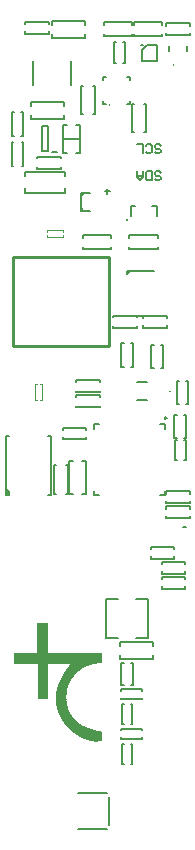
<source format=gto>
G04*
G04 #@! TF.GenerationSoftware,Altium Limited,Altium Designer,20.2.5 (213)*
G04*
G04 Layer_Color=65535*
%FSLAX25Y25*%
%MOIN*%
G70*
G04*
G04 #@! TF.SameCoordinates,4658FE5A-7A30-472D-B718-34B1B9A5D075*
G04*
G04*
G04 #@! TF.FilePolarity,Positive*
G04*
G01*
G75*
%ADD10C,0.00787*%
%ADD11C,0.00984*%
%ADD12C,0.00394*%
%ADD13C,0.00800*%
%ADD14C,0.00591*%
%ADD15C,0.01000*%
%ADD16C,0.00500*%
%ADD17C,0.00600*%
G36*
X406395Y159180D02*
X406066D01*
Y159246D01*
X405670D01*
Y159312D01*
X405275D01*
Y159378D01*
X405012D01*
Y159443D01*
X404814D01*
Y159509D01*
X404551D01*
Y159575D01*
X404353D01*
Y159641D01*
X404090D01*
Y159707D01*
X403958D01*
Y159773D01*
X403760D01*
Y159839D01*
X403563D01*
Y159905D01*
X403431D01*
Y159970D01*
X403233D01*
Y160036D01*
X403102D01*
Y160102D01*
X402904D01*
Y160168D01*
X402772D01*
Y160234D01*
X402641D01*
Y160300D01*
X402509D01*
Y160366D01*
X402377D01*
Y160432D01*
X402245D01*
Y160497D01*
X402114D01*
Y160563D01*
X401982D01*
Y160629D01*
X401850D01*
Y160695D01*
X401718D01*
Y160761D01*
X401587D01*
Y160827D01*
X401521D01*
Y160893D01*
X401389D01*
Y160959D01*
X401257D01*
Y161024D01*
X401192D01*
Y161090D01*
X401060D01*
Y161156D01*
X400928D01*
Y161222D01*
X400796D01*
Y161288D01*
X400731D01*
Y161354D01*
X400665D01*
Y161420D01*
X400533D01*
Y161485D01*
X400401D01*
Y161551D01*
X400335D01*
Y161617D01*
X400204D01*
Y161683D01*
X400138D01*
Y161749D01*
X400072D01*
Y161815D01*
X400006D01*
Y161881D01*
X399874D01*
Y161946D01*
X399808D01*
Y162012D01*
X399677D01*
Y162078D01*
X399611D01*
Y162144D01*
X399545D01*
Y162210D01*
X399413D01*
Y162276D01*
X399347D01*
Y162342D01*
X399281D01*
Y162408D01*
X399216D01*
Y162473D01*
X399084D01*
Y162539D01*
X399018D01*
Y162605D01*
X398952D01*
Y162671D01*
X398886D01*
Y162737D01*
X398820D01*
Y162803D01*
X398754D01*
Y162869D01*
X398689D01*
Y162935D01*
X398557D01*
Y163000D01*
X398491D01*
Y163066D01*
X398425D01*
Y163132D01*
X398359D01*
Y163198D01*
X398293D01*
Y163264D01*
X398228D01*
Y163330D01*
X398162D01*
Y163396D01*
X398096D01*
Y163461D01*
X398030D01*
Y163527D01*
X397964D01*
Y163593D01*
X397898D01*
Y163659D01*
X397832D01*
Y163725D01*
X397766D01*
Y163791D01*
X397701D01*
Y163857D01*
X397635D01*
Y163923D01*
X397569D01*
Y163988D01*
X397503D01*
Y164054D01*
X397437D01*
Y164120D01*
X397371D01*
Y164186D01*
Y164252D01*
X397305D01*
Y164318D01*
X397239D01*
Y164384D01*
X397174D01*
Y164450D01*
X397108D01*
Y164515D01*
X397042D01*
Y164581D01*
X396976D01*
Y164647D01*
X396910D01*
Y164713D01*
Y164779D01*
X396844D01*
Y164845D01*
X396778D01*
Y164910D01*
X396713D01*
Y164976D01*
Y165042D01*
X396647D01*
Y165108D01*
X396581D01*
Y165174D01*
X396515D01*
Y165240D01*
X396449D01*
Y165306D01*
Y165372D01*
X396383D01*
Y165437D01*
X396317D01*
Y165503D01*
Y165569D01*
X396252D01*
Y165635D01*
X396186D01*
Y165701D01*
Y165767D01*
X396120D01*
Y165833D01*
X396054D01*
Y165899D01*
Y165964D01*
X395988D01*
Y166030D01*
X395922D01*
Y166096D01*
Y166162D01*
X395856D01*
Y166228D01*
Y166294D01*
X395790D01*
Y166360D01*
X395725D01*
Y166426D01*
Y166491D01*
X395659D01*
Y166557D01*
Y166623D01*
X395593D01*
Y166689D01*
X395527D01*
Y166755D01*
Y166821D01*
X395461D01*
Y166886D01*
Y166952D01*
X395395D01*
Y167018D01*
Y167084D01*
X395329D01*
Y167150D01*
Y167216D01*
X395264D01*
Y167282D01*
Y167348D01*
X395198D01*
Y167413D01*
X395132D01*
Y167479D01*
Y167545D01*
X395066D01*
Y167611D01*
Y167677D01*
Y167743D01*
X395000D01*
Y167809D01*
Y167875D01*
X394934D01*
Y167940D01*
Y168006D01*
X394868D01*
Y168072D01*
Y168138D01*
X394802D01*
Y168204D01*
Y168270D01*
Y168336D01*
X394737D01*
Y168402D01*
Y168467D01*
X394671D01*
Y168533D01*
Y168599D01*
X394605D01*
Y168665D01*
Y168731D01*
Y168797D01*
X394539D01*
Y168863D01*
Y168928D01*
X394473D01*
Y168994D01*
Y169060D01*
Y169126D01*
Y169192D01*
X394407D01*
Y169258D01*
Y169324D01*
X394341D01*
Y169389D01*
Y169455D01*
Y169521D01*
X394275D01*
Y169587D01*
Y169653D01*
Y169719D01*
X394210D01*
Y169785D01*
Y169851D01*
Y169916D01*
Y169982D01*
X394144D01*
Y170048D01*
Y170114D01*
Y170180D01*
Y170246D01*
X394078D01*
Y170312D01*
Y170378D01*
Y170443D01*
Y170509D01*
X394012D01*
Y170575D01*
Y170641D01*
Y170707D01*
Y170773D01*
Y170839D01*
X393946D01*
Y170904D01*
Y170970D01*
Y171036D01*
Y171102D01*
Y171168D01*
X393880D01*
Y171234D01*
Y171300D01*
Y171365D01*
Y171431D01*
Y171497D01*
X393814D01*
Y171563D01*
Y171629D01*
Y171695D01*
Y171761D01*
Y171827D01*
Y171892D01*
Y171958D01*
X393748D01*
Y172024D01*
Y172090D01*
Y172156D01*
Y172222D01*
Y172288D01*
Y172353D01*
Y172419D01*
Y172485D01*
Y172551D01*
Y172617D01*
Y172683D01*
Y172749D01*
Y172815D01*
Y172880D01*
Y172946D01*
Y173012D01*
Y173078D01*
Y173144D01*
Y173210D01*
Y173276D01*
Y173342D01*
Y173407D01*
Y173473D01*
Y173539D01*
Y173605D01*
Y173671D01*
Y173737D01*
Y173803D01*
Y173869D01*
Y173934D01*
Y174000D01*
Y174066D01*
X393683D01*
Y174132D01*
X393748D01*
Y174198D01*
Y174264D01*
Y174329D01*
Y174395D01*
Y174461D01*
Y174527D01*
Y174593D01*
X393814D01*
Y174659D01*
X393748D01*
Y174725D01*
Y174791D01*
X393814D01*
Y174856D01*
Y174922D01*
Y174988D01*
Y175054D01*
Y175120D01*
Y175186D01*
Y175252D01*
X393880D01*
Y175318D01*
Y175383D01*
Y175449D01*
Y175515D01*
Y175581D01*
X393946D01*
Y175647D01*
Y175713D01*
Y175779D01*
Y175845D01*
Y175910D01*
Y175976D01*
X394012D01*
Y176042D01*
Y176108D01*
Y176174D01*
Y176240D01*
Y176305D01*
X394078D01*
Y176371D01*
Y176437D01*
Y176503D01*
Y176569D01*
X394144D01*
Y176635D01*
Y176701D01*
Y176767D01*
Y176832D01*
X394210D01*
Y176898D01*
Y176964D01*
Y177030D01*
Y177096D01*
X394275D01*
Y177162D01*
Y177228D01*
X394341D01*
Y177294D01*
Y177359D01*
Y177425D01*
Y177491D01*
X394407D01*
Y177557D01*
Y177623D01*
Y177689D01*
X394473D01*
Y177755D01*
Y177821D01*
Y177886D01*
X394539D01*
Y177952D01*
Y178018D01*
X394605D01*
Y178084D01*
Y178150D01*
Y178216D01*
X394671D01*
Y178282D01*
Y178347D01*
Y178413D01*
X394737D01*
Y178479D01*
Y178545D01*
Y178611D01*
X394802D01*
Y178677D01*
Y178743D01*
X394868D01*
Y178808D01*
Y178874D01*
X394934D01*
Y178940D01*
Y179006D01*
X395000D01*
Y179072D01*
Y179138D01*
Y179204D01*
X395066D01*
Y179270D01*
Y179335D01*
X395132D01*
Y179401D01*
Y179467D01*
X395198D01*
Y179533D01*
Y179599D01*
X395264D01*
Y179665D01*
Y179731D01*
X395329D01*
Y179797D01*
Y179862D01*
X395395D01*
Y179928D01*
Y179994D01*
Y180060D01*
X395461D01*
Y180126D01*
X395527D01*
Y180192D01*
Y180258D01*
X395593D01*
Y180323D01*
Y180389D01*
X395659D01*
Y180455D01*
Y180521D01*
X395725D01*
Y180587D01*
Y180653D01*
X395790D01*
Y180719D01*
Y180784D01*
X395856D01*
Y180850D01*
Y180916D01*
X395922D01*
Y180982D01*
X395988D01*
Y181048D01*
Y181114D01*
X396054D01*
Y181180D01*
Y181246D01*
X396120D01*
Y181311D01*
Y181377D01*
X396186D01*
Y181443D01*
X396252D01*
Y181509D01*
Y181575D01*
X396317D01*
Y181641D01*
X396383D01*
Y181707D01*
Y181772D01*
X396449D01*
Y181838D01*
Y181904D01*
X396515D01*
Y181970D01*
X396581D01*
Y182036D01*
Y182102D01*
X396647D01*
Y182168D01*
X396713D01*
Y182234D01*
Y182299D01*
X396778D01*
Y182365D01*
Y182431D01*
X396844D01*
Y182497D01*
X396910D01*
Y182563D01*
X396976D01*
Y182629D01*
Y182695D01*
X397042D01*
Y182761D01*
X397108D01*
Y182826D01*
Y182892D01*
X397174D01*
Y182958D01*
X397239D01*
Y183024D01*
Y183090D01*
X397305D01*
Y183156D01*
X397371D01*
Y183222D01*
X397437D01*
Y183288D01*
Y183353D01*
X397503D01*
Y183419D01*
X397569D01*
Y183485D01*
X397635D01*
Y183551D01*
Y183617D01*
X397701D01*
Y183683D01*
X397766D01*
Y183748D01*
X397832D01*
Y183814D01*
Y183880D01*
X397898D01*
Y183946D01*
X397964D01*
Y184012D01*
Y184078D01*
X398030D01*
Y184144D01*
X398096D01*
Y184210D01*
X398162D01*
Y184275D01*
X398228D01*
Y184341D01*
X398293D01*
Y184407D01*
Y184473D01*
X398359D01*
Y184539D01*
X398425D01*
Y184605D01*
X398491D01*
Y184671D01*
X398557D01*
Y184737D01*
Y184802D01*
X398623D01*
Y184868D01*
X398689D01*
Y184934D01*
X398754D01*
Y185000D01*
X391246D01*
Y184934D01*
Y184868D01*
Y184802D01*
Y184737D01*
Y184671D01*
Y184605D01*
Y184539D01*
Y184473D01*
Y184407D01*
Y184341D01*
Y184275D01*
Y184210D01*
Y184144D01*
Y184078D01*
Y184012D01*
Y183946D01*
Y183880D01*
Y183814D01*
Y183748D01*
Y183683D01*
Y183617D01*
Y183551D01*
Y183485D01*
Y183419D01*
Y183353D01*
Y183288D01*
Y183222D01*
Y183156D01*
Y183090D01*
Y183024D01*
Y182958D01*
Y182892D01*
Y182826D01*
Y182761D01*
Y182695D01*
Y182629D01*
Y182563D01*
Y182497D01*
Y182431D01*
Y182365D01*
Y182299D01*
Y182234D01*
Y182168D01*
Y182102D01*
Y182036D01*
Y181970D01*
Y181904D01*
Y181838D01*
Y181772D01*
Y181707D01*
Y181641D01*
Y181575D01*
Y181509D01*
Y181443D01*
Y181377D01*
Y181311D01*
Y181246D01*
Y181180D01*
Y181114D01*
Y181048D01*
Y180982D01*
Y180916D01*
Y180850D01*
Y180784D01*
Y180719D01*
Y180653D01*
Y180587D01*
Y180521D01*
Y180455D01*
Y180389D01*
Y180323D01*
Y180258D01*
Y180192D01*
Y180126D01*
Y180060D01*
Y179994D01*
Y179928D01*
Y179862D01*
Y179797D01*
Y179731D01*
Y179665D01*
Y179599D01*
Y179533D01*
Y179467D01*
Y179401D01*
Y179335D01*
Y179270D01*
Y179204D01*
Y179138D01*
Y179072D01*
Y179006D01*
Y178940D01*
Y178874D01*
Y178808D01*
Y178743D01*
Y178677D01*
Y178611D01*
Y178545D01*
Y178479D01*
Y178413D01*
Y178347D01*
Y178282D01*
Y178216D01*
Y178150D01*
Y178084D01*
Y178018D01*
Y177952D01*
Y177886D01*
Y177821D01*
Y177755D01*
Y177689D01*
Y177623D01*
Y177557D01*
Y177491D01*
Y177425D01*
Y177359D01*
Y177294D01*
Y177228D01*
Y177162D01*
Y177096D01*
Y177030D01*
Y176964D01*
Y176898D01*
Y176832D01*
Y176767D01*
Y176701D01*
Y176635D01*
Y176569D01*
Y176503D01*
Y176437D01*
Y176371D01*
Y176305D01*
Y176240D01*
Y176174D01*
Y176108D01*
Y176042D01*
Y175976D01*
Y175910D01*
Y175845D01*
Y175779D01*
Y175713D01*
Y175647D01*
Y175581D01*
Y175515D01*
Y175449D01*
Y175383D01*
Y175318D01*
Y175252D01*
Y175186D01*
Y175120D01*
Y175054D01*
Y174988D01*
Y174922D01*
Y174856D01*
Y174791D01*
Y174725D01*
Y174659D01*
Y174593D01*
Y174527D01*
Y174461D01*
Y174395D01*
Y174329D01*
Y174264D01*
Y174198D01*
Y174132D01*
Y174066D01*
Y174000D01*
Y173934D01*
Y173869D01*
Y173803D01*
Y173737D01*
Y173671D01*
Y173605D01*
Y173539D01*
Y173473D01*
Y173407D01*
Y173342D01*
Y173276D01*
Y173210D01*
X387755D01*
Y173276D01*
Y173342D01*
Y173407D01*
Y173473D01*
Y173539D01*
Y173605D01*
Y173671D01*
Y173737D01*
Y173803D01*
Y173869D01*
Y173934D01*
Y174000D01*
Y174066D01*
Y174132D01*
Y174198D01*
Y174264D01*
Y174329D01*
Y174395D01*
Y174461D01*
Y174527D01*
Y174593D01*
Y174659D01*
Y174725D01*
Y174791D01*
Y174856D01*
Y174922D01*
Y174988D01*
Y175054D01*
Y175120D01*
Y175186D01*
Y175252D01*
Y175318D01*
Y175383D01*
Y175449D01*
Y175515D01*
Y175581D01*
Y175647D01*
Y175713D01*
Y175779D01*
Y175845D01*
Y175910D01*
Y175976D01*
Y176042D01*
Y176108D01*
Y176174D01*
Y176240D01*
Y176305D01*
Y176371D01*
Y176437D01*
Y176503D01*
Y176569D01*
Y176635D01*
Y176701D01*
Y176767D01*
Y176832D01*
Y176898D01*
Y176964D01*
Y177030D01*
Y177096D01*
Y177162D01*
Y177228D01*
Y177294D01*
Y177359D01*
Y177425D01*
Y177491D01*
Y177557D01*
Y177623D01*
Y177689D01*
Y177755D01*
Y177821D01*
Y177886D01*
Y177952D01*
Y178018D01*
Y178084D01*
Y178150D01*
Y178216D01*
Y178282D01*
Y178347D01*
Y178413D01*
Y178479D01*
Y178545D01*
Y178611D01*
Y178677D01*
Y178743D01*
Y178808D01*
Y178874D01*
Y178940D01*
Y179006D01*
Y179072D01*
Y179138D01*
Y179204D01*
Y179270D01*
Y179335D01*
Y179401D01*
Y179467D01*
Y179533D01*
Y179599D01*
Y179665D01*
Y179731D01*
Y179797D01*
Y179862D01*
Y179928D01*
Y179994D01*
Y180060D01*
Y180126D01*
Y180192D01*
Y180258D01*
Y180323D01*
Y180389D01*
Y180455D01*
Y180521D01*
Y180587D01*
Y180653D01*
Y180719D01*
Y180784D01*
Y180850D01*
Y180916D01*
Y180982D01*
Y181048D01*
Y181114D01*
Y181180D01*
Y181246D01*
Y181311D01*
Y181377D01*
Y181443D01*
Y181509D01*
Y181575D01*
Y181641D01*
Y181707D01*
Y181772D01*
Y181838D01*
Y181904D01*
Y181970D01*
Y182036D01*
Y182102D01*
Y182168D01*
Y182234D01*
Y182299D01*
Y182365D01*
Y182431D01*
Y182497D01*
Y182563D01*
Y182629D01*
Y182695D01*
Y182761D01*
Y182826D01*
Y182892D01*
Y182958D01*
Y183024D01*
Y183090D01*
Y183156D01*
Y183222D01*
Y183288D01*
Y183353D01*
Y183419D01*
Y183485D01*
Y183551D01*
Y183617D01*
Y183683D01*
Y183748D01*
Y183814D01*
Y183880D01*
Y183946D01*
Y184012D01*
Y184078D01*
Y184144D01*
Y184210D01*
Y184275D01*
Y184341D01*
Y184407D01*
Y184473D01*
Y184539D01*
Y184605D01*
Y184671D01*
Y184737D01*
Y184802D01*
Y184868D01*
Y184934D01*
Y185000D01*
Y185066D01*
X379785D01*
Y185132D01*
Y185198D01*
Y185264D01*
Y185329D01*
Y185395D01*
Y185461D01*
Y185527D01*
Y185593D01*
Y185659D01*
Y185724D01*
Y185790D01*
Y185856D01*
Y185922D01*
Y185988D01*
Y186054D01*
Y186120D01*
Y186186D01*
Y186251D01*
Y186317D01*
Y186383D01*
Y186449D01*
Y186515D01*
Y186581D01*
Y186647D01*
Y186713D01*
Y186778D01*
Y186844D01*
Y186910D01*
Y186976D01*
Y187042D01*
Y187108D01*
Y187174D01*
Y187240D01*
Y187305D01*
Y187371D01*
Y187437D01*
Y187503D01*
Y187569D01*
Y187635D01*
Y187701D01*
Y187766D01*
Y187832D01*
Y187898D01*
Y187964D01*
Y188030D01*
Y188096D01*
Y188162D01*
Y188227D01*
Y188293D01*
Y188359D01*
Y188425D01*
Y188491D01*
Y188557D01*
Y188623D01*
X387623D01*
Y188689D01*
Y188754D01*
Y188820D01*
Y188886D01*
Y188952D01*
Y189018D01*
Y189084D01*
Y189150D01*
Y189216D01*
Y189281D01*
Y189347D01*
Y189413D01*
Y189479D01*
Y189545D01*
Y189611D01*
Y189677D01*
Y189742D01*
Y189808D01*
Y189874D01*
Y189940D01*
Y190006D01*
Y190072D01*
Y190138D01*
Y190203D01*
Y190269D01*
Y190335D01*
Y190401D01*
Y190467D01*
Y190533D01*
Y190599D01*
Y190665D01*
Y190730D01*
Y190796D01*
Y190862D01*
Y190928D01*
Y190994D01*
Y191060D01*
Y191126D01*
Y191191D01*
Y191257D01*
Y191323D01*
Y191389D01*
Y191455D01*
Y191521D01*
Y191587D01*
Y191653D01*
Y191718D01*
Y191784D01*
Y191850D01*
Y191916D01*
Y191982D01*
Y192048D01*
Y192114D01*
Y192180D01*
Y192245D01*
Y192311D01*
Y192377D01*
Y192443D01*
Y192509D01*
Y192575D01*
Y192641D01*
Y192707D01*
Y192772D01*
Y192838D01*
Y192904D01*
Y192970D01*
Y193036D01*
Y193102D01*
Y193167D01*
Y193233D01*
Y193299D01*
Y193365D01*
Y193431D01*
Y193497D01*
Y193563D01*
Y193629D01*
Y193694D01*
Y193760D01*
Y193826D01*
Y193892D01*
Y193958D01*
Y194024D01*
Y194090D01*
Y194156D01*
Y194221D01*
Y194287D01*
Y194353D01*
Y194419D01*
Y194485D01*
Y194551D01*
Y194617D01*
Y194683D01*
Y194748D01*
Y194814D01*
Y194880D01*
Y194946D01*
Y195012D01*
Y195078D01*
Y195144D01*
Y195209D01*
Y195275D01*
Y195341D01*
Y195407D01*
Y195473D01*
Y195539D01*
Y195605D01*
Y195670D01*
Y195736D01*
Y195802D01*
Y195868D01*
Y195934D01*
Y196000D01*
Y196066D01*
Y196132D01*
Y196197D01*
Y196263D01*
Y196329D01*
Y196395D01*
Y196461D01*
Y196527D01*
Y196593D01*
Y196659D01*
Y196724D01*
Y196790D01*
Y196856D01*
Y196922D01*
Y196988D01*
Y197054D01*
Y197120D01*
Y197185D01*
Y197251D01*
Y197317D01*
Y197383D01*
Y197449D01*
Y197515D01*
Y197581D01*
Y197646D01*
Y197712D01*
Y197778D01*
Y197844D01*
Y197910D01*
Y197976D01*
Y198042D01*
Y198108D01*
Y198173D01*
Y198239D01*
Y198305D01*
Y198371D01*
Y198437D01*
Y198503D01*
Y198569D01*
Y198635D01*
X391246D01*
Y198569D01*
Y198503D01*
Y198437D01*
Y198371D01*
Y198305D01*
Y198239D01*
Y198173D01*
Y198108D01*
Y198042D01*
Y197976D01*
Y197910D01*
Y197844D01*
Y197778D01*
Y197712D01*
Y197646D01*
Y197581D01*
Y197515D01*
Y197449D01*
Y197383D01*
Y197317D01*
Y197251D01*
Y197185D01*
Y197120D01*
Y197054D01*
Y196988D01*
Y196922D01*
Y196856D01*
Y196790D01*
Y196724D01*
Y196659D01*
Y196593D01*
Y196527D01*
Y196461D01*
Y196395D01*
Y196329D01*
Y196263D01*
Y196197D01*
Y196132D01*
Y196066D01*
Y196000D01*
Y195934D01*
Y195868D01*
Y195802D01*
Y195736D01*
Y195670D01*
Y195605D01*
Y195539D01*
Y195473D01*
Y195407D01*
Y195341D01*
Y195275D01*
Y195209D01*
Y195144D01*
Y195078D01*
Y195012D01*
Y194946D01*
Y194880D01*
Y194814D01*
Y194748D01*
Y194683D01*
Y194617D01*
Y194551D01*
Y194485D01*
Y194419D01*
Y194353D01*
Y194287D01*
Y194221D01*
Y194156D01*
Y194090D01*
Y194024D01*
Y193958D01*
Y193892D01*
Y193826D01*
Y193760D01*
Y193694D01*
Y193629D01*
Y193563D01*
Y193497D01*
Y193431D01*
Y193365D01*
Y193299D01*
Y193233D01*
Y193167D01*
Y193102D01*
Y193036D01*
Y192970D01*
Y192904D01*
Y192838D01*
Y192772D01*
Y192707D01*
Y192641D01*
Y192575D01*
Y192509D01*
Y192443D01*
Y192377D01*
Y192311D01*
Y192245D01*
Y192180D01*
Y192114D01*
Y192048D01*
Y191982D01*
Y191916D01*
Y191850D01*
Y191784D01*
Y191718D01*
Y191653D01*
Y191587D01*
Y191521D01*
Y191455D01*
Y191389D01*
Y191323D01*
Y191257D01*
Y191191D01*
Y191126D01*
Y191060D01*
Y190994D01*
Y190928D01*
Y190862D01*
Y190796D01*
Y190730D01*
Y190665D01*
Y190599D01*
Y190533D01*
Y190467D01*
Y190401D01*
Y190335D01*
Y190269D01*
Y190203D01*
Y190138D01*
Y190072D01*
Y190006D01*
Y189940D01*
Y189874D01*
Y189808D01*
Y189742D01*
Y189677D01*
Y189611D01*
Y189545D01*
Y189479D01*
Y189413D01*
Y189347D01*
Y189281D01*
Y189216D01*
Y189150D01*
Y189084D01*
Y189018D01*
Y188952D01*
Y188886D01*
Y188820D01*
Y188754D01*
Y188689D01*
X409227D01*
Y188623D01*
Y188557D01*
Y188491D01*
Y188425D01*
Y188359D01*
Y188293D01*
Y188227D01*
Y188162D01*
Y188096D01*
Y188030D01*
Y187964D01*
Y187898D01*
Y187832D01*
Y187766D01*
Y187701D01*
Y187635D01*
Y187569D01*
Y187503D01*
Y187437D01*
Y187371D01*
Y187305D01*
Y187240D01*
Y187174D01*
Y187108D01*
Y187042D01*
Y186976D01*
Y186910D01*
Y186844D01*
Y186778D01*
Y186713D01*
Y186647D01*
Y186581D01*
Y186515D01*
Y186449D01*
Y186383D01*
Y186317D01*
Y186251D01*
Y186186D01*
Y186120D01*
Y186054D01*
Y185988D01*
Y185922D01*
Y185856D01*
Y185790D01*
Y185724D01*
Y185659D01*
Y185593D01*
Y185527D01*
Y185461D01*
Y185395D01*
Y185329D01*
Y185264D01*
Y185198D01*
X408239D01*
Y185132D01*
X407647D01*
Y185066D01*
X407515D01*
Y185132D01*
X407449D01*
Y185066D01*
X407054D01*
Y185000D01*
X406659D01*
Y184934D01*
X406329D01*
Y184868D01*
X406000D01*
Y184802D01*
X405736D01*
Y184737D01*
X405539D01*
Y184671D01*
X405341D01*
Y184605D01*
X405078D01*
Y184539D01*
X404880D01*
Y184473D01*
X404682D01*
Y184407D01*
X404485D01*
Y184341D01*
X404353D01*
Y184275D01*
X404155D01*
Y184210D01*
X404024D01*
Y184144D01*
X403892D01*
Y184078D01*
X403760D01*
Y184012D01*
X403629D01*
Y183946D01*
X403497D01*
Y183880D01*
X403365D01*
Y183814D01*
X403233D01*
Y183748D01*
X403102D01*
Y183683D01*
X402970D01*
Y183617D01*
X402838D01*
Y183551D01*
X402706D01*
Y183485D01*
X402641D01*
Y183419D01*
X402509D01*
Y183353D01*
X402443D01*
Y183288D01*
X402311D01*
Y183222D01*
X402245D01*
Y183156D01*
X402114D01*
Y183090D01*
X402048D01*
Y183024D01*
X401916D01*
Y182958D01*
X401850D01*
Y182892D01*
X401784D01*
Y182826D01*
X401653D01*
Y182761D01*
X401587D01*
Y182695D01*
X401521D01*
Y182629D01*
X401389D01*
Y182563D01*
X401323D01*
Y182497D01*
X401257D01*
Y182431D01*
X401192D01*
Y182365D01*
X401126D01*
Y182299D01*
X401060D01*
Y182234D01*
X400994D01*
Y182168D01*
X400928D01*
Y182102D01*
X400862D01*
Y182036D01*
X400796D01*
Y181970D01*
X400731D01*
Y181904D01*
X400665D01*
Y181838D01*
X400599D01*
Y181772D01*
X400533D01*
Y181707D01*
X400467D01*
Y181641D01*
X400401D01*
Y181575D01*
X400335D01*
Y181509D01*
X400269D01*
Y181443D01*
X400204D01*
Y181377D01*
X400138D01*
Y181311D01*
X400072D01*
Y181246D01*
X400006D01*
Y181180D01*
X399940D01*
Y181114D01*
X399874D01*
Y181048D01*
Y180982D01*
X399808D01*
Y180916D01*
X399742D01*
Y180850D01*
X399677D01*
Y180784D01*
Y180719D01*
X399611D01*
Y180653D01*
X399545D01*
Y180587D01*
X399479D01*
Y180521D01*
Y180455D01*
X399413D01*
Y180389D01*
X399347D01*
Y180323D01*
X399281D01*
Y180258D01*
Y180192D01*
X399216D01*
Y180126D01*
X399150D01*
Y180060D01*
Y179994D01*
X399084D01*
Y179928D01*
X399018D01*
Y179862D01*
Y179797D01*
X398952D01*
Y179731D01*
X398886D01*
Y179665D01*
Y179599D01*
X398820D01*
Y179533D01*
Y179467D01*
X398754D01*
Y179401D01*
Y179335D01*
X398689D01*
Y179270D01*
X398623D01*
Y179204D01*
Y179138D01*
X398557D01*
Y179072D01*
Y179006D01*
X398491D01*
Y178940D01*
Y178874D01*
X398425D01*
Y178808D01*
Y178743D01*
X398359D01*
Y178677D01*
Y178611D01*
X398293D01*
Y178545D01*
Y178479D01*
X398228D01*
Y178413D01*
Y178347D01*
X398162D01*
Y178282D01*
Y178216D01*
Y178150D01*
X398096D01*
Y178084D01*
Y178018D01*
X398030D01*
Y177952D01*
Y177886D01*
Y177821D01*
X397964D01*
Y177755D01*
Y177689D01*
Y177623D01*
X397898D01*
Y177557D01*
Y177491D01*
X397832D01*
Y177425D01*
Y177359D01*
Y177294D01*
Y177228D01*
X397766D01*
Y177162D01*
Y177096D01*
Y177030D01*
X397701D01*
Y176964D01*
Y176898D01*
Y176832D01*
X397635D01*
Y176767D01*
Y176701D01*
Y176635D01*
Y176569D01*
X397569D01*
Y176503D01*
Y176437D01*
Y176371D01*
Y176305D01*
Y176240D01*
X397503D01*
Y176174D01*
Y176108D01*
Y176042D01*
Y175976D01*
Y175910D01*
X397437D01*
Y175845D01*
Y175779D01*
Y175713D01*
Y175647D01*
Y175581D01*
Y175515D01*
X397371D01*
Y175449D01*
Y175383D01*
Y175318D01*
Y175252D01*
Y175186D01*
Y175120D01*
Y175054D01*
Y174988D01*
X397305D01*
Y174922D01*
X397371D01*
Y174856D01*
X397305D01*
Y174791D01*
X397371D01*
Y174725D01*
X397305D01*
Y174659D01*
Y174593D01*
Y174527D01*
Y174461D01*
Y174395D01*
Y174329D01*
Y174264D01*
Y174198D01*
Y174132D01*
Y174066D01*
Y174000D01*
Y173934D01*
Y173869D01*
Y173803D01*
Y173737D01*
Y173671D01*
Y173605D01*
Y173539D01*
Y173473D01*
Y173407D01*
Y173342D01*
Y173276D01*
Y173210D01*
Y173144D01*
X397371D01*
Y173078D01*
X397305D01*
Y173012D01*
X397371D01*
Y172946D01*
X397305D01*
Y172880D01*
X397371D01*
Y172815D01*
X397305D01*
Y172749D01*
X397371D01*
Y172683D01*
Y172617D01*
Y172551D01*
Y172485D01*
Y172419D01*
Y172353D01*
Y172288D01*
Y172222D01*
X397437D01*
Y172156D01*
Y172090D01*
Y172024D01*
Y171958D01*
Y171892D01*
Y171827D01*
X397503D01*
Y171761D01*
Y171695D01*
Y171629D01*
Y171563D01*
Y171497D01*
X397569D01*
Y171431D01*
Y171365D01*
Y171300D01*
Y171234D01*
Y171168D01*
Y171102D01*
X397635D01*
Y171036D01*
Y170970D01*
Y170904D01*
Y170839D01*
X397701D01*
Y170773D01*
Y170707D01*
Y170641D01*
Y170575D01*
X397766D01*
Y170509D01*
Y170443D01*
Y170378D01*
X397832D01*
Y170312D01*
Y170246D01*
Y170180D01*
Y170114D01*
X397898D01*
Y170048D01*
Y169982D01*
Y169916D01*
X397964D01*
Y169851D01*
Y169785D01*
X398030D01*
Y169719D01*
Y169653D01*
Y169587D01*
X398096D01*
Y169521D01*
Y169455D01*
Y169389D01*
X398162D01*
Y169324D01*
Y169258D01*
X398228D01*
Y169192D01*
Y169126D01*
X398293D01*
Y169060D01*
Y168994D01*
Y168928D01*
X398359D01*
Y168863D01*
Y168797D01*
X398425D01*
Y168731D01*
Y168665D01*
X398491D01*
Y168599D01*
Y168533D01*
X398557D01*
Y168467D01*
X398623D01*
Y168402D01*
Y168336D01*
X398689D01*
Y168270D01*
Y168204D01*
X398754D01*
Y168138D01*
Y168072D01*
X398820D01*
Y168006D01*
X398886D01*
Y167940D01*
Y167875D01*
X398952D01*
Y167809D01*
X399018D01*
Y167743D01*
Y167677D01*
X399084D01*
Y167611D01*
X399150D01*
Y167545D01*
Y167479D01*
X399216D01*
Y167413D01*
X399281D01*
Y167348D01*
Y167282D01*
X399347D01*
Y167216D01*
X399413D01*
Y167150D01*
X399479D01*
Y167084D01*
Y167018D01*
X399545D01*
Y166952D01*
X399611D01*
Y166886D01*
X399677D01*
Y166821D01*
X399742D01*
Y166755D01*
X399808D01*
Y166689D01*
Y166623D01*
X399940D01*
Y166557D01*
X400006D01*
Y166491D01*
X400072D01*
Y166426D01*
X400138D01*
Y166360D01*
X400204D01*
Y166294D01*
X400269D01*
Y166228D01*
X400335D01*
Y166162D01*
X400401D01*
Y166096D01*
X400467D01*
Y166030D01*
X400533D01*
Y165964D01*
X400599D01*
Y165899D01*
X400665D01*
Y165833D01*
X400731D01*
Y165767D01*
X400796D01*
Y165701D01*
X400862D01*
Y165635D01*
X400928D01*
Y165569D01*
X401060D01*
Y165503D01*
X401126D01*
Y165437D01*
X401192D01*
Y165372D01*
X401323D01*
Y165306D01*
X401389D01*
Y165240D01*
X401521D01*
Y165174D01*
X401587D01*
Y165108D01*
X401653D01*
Y165042D01*
X401784D01*
Y164976D01*
X401850D01*
Y164910D01*
X401982D01*
Y164845D01*
X402048D01*
Y164779D01*
X402179D01*
Y164713D01*
X402311D01*
Y164647D01*
X402377D01*
Y164581D01*
X402509D01*
Y164515D01*
X402641D01*
Y164450D01*
X402772D01*
Y164384D01*
X402838D01*
Y164318D01*
X402970D01*
Y164252D01*
X403102D01*
Y164186D01*
X403233D01*
Y164120D01*
X403431D01*
Y164054D01*
X403563D01*
Y163988D01*
X403694D01*
Y163923D01*
X403826D01*
Y163857D01*
X403958D01*
Y163791D01*
X404155D01*
Y163725D01*
X404287D01*
Y163659D01*
X404485D01*
Y163593D01*
X404617D01*
Y163527D01*
X404814D01*
Y163461D01*
X405012D01*
Y163396D01*
X405144D01*
Y163330D01*
X405407D01*
Y163264D01*
X405539D01*
Y163198D01*
X405802D01*
Y163132D01*
X406000D01*
Y163066D01*
X406263D01*
Y163000D01*
X406461D01*
Y162935D01*
X406724D01*
Y162869D01*
X407054D01*
Y162803D01*
X407251D01*
Y162737D01*
X407515D01*
Y162671D01*
X407844D01*
Y162605D01*
X408239D01*
Y162539D01*
X408569D01*
Y162473D01*
X408898D01*
Y162408D01*
X409227D01*
Y162342D01*
Y162276D01*
Y162210D01*
Y162144D01*
Y162078D01*
Y162012D01*
Y161946D01*
Y161881D01*
Y161815D01*
Y161749D01*
Y161683D01*
Y161617D01*
Y161551D01*
Y161485D01*
Y161420D01*
Y161354D01*
Y161288D01*
Y161222D01*
Y161156D01*
Y161090D01*
Y161024D01*
Y160959D01*
Y160893D01*
Y160827D01*
Y160761D01*
Y160695D01*
Y160629D01*
Y160563D01*
Y160497D01*
Y160432D01*
Y160366D01*
Y160300D01*
Y160234D01*
Y160168D01*
Y160102D01*
Y160036D01*
Y159970D01*
Y159905D01*
Y159839D01*
Y159773D01*
Y159707D01*
Y159641D01*
Y159575D01*
Y159509D01*
Y159443D01*
X409096D01*
Y159378D01*
X408898D01*
Y159312D01*
X408569D01*
Y159246D01*
X408239D01*
Y159180D01*
X407844D01*
Y159114D01*
X406527D01*
Y159180D01*
X406461D01*
Y159114D01*
X406395D01*
Y159180D01*
D02*
G37*
G36*
X377095Y241246D02*
X377126Y241278D01*
Y243226D01*
X378150Y242203D01*
Y241246D01*
X377095D01*
D02*
G37*
D10*
X378150Y242203D02*
X377850Y242927D01*
X377126Y243226D01*
X422784Y391301D02*
X421996D01*
X422784D01*
X437087Y230772D02*
X436299D01*
X437087D01*
X391032Y241158D02*
X392087D01*
X377095Y241246D02*
Y260842D01*
Y241246D02*
X378150D01*
X377095Y260842D02*
X378169D01*
X378150Y241246D02*
Y242203D01*
X392087Y241158D02*
Y260842D01*
X391083D02*
X392087D01*
X402000Y336000D02*
Y342000D01*
Y336000D02*
X405000D01*
X402000Y342000D02*
X405000D01*
X403000D02*
X403500D01*
X402000Y341000D02*
X403000Y342000D01*
X402000Y336975D02*
Y337000D01*
Y336975D02*
X402962Y336013D01*
X410946Y341783D02*
Y343283D01*
X410170Y342533D02*
X410946D01*
X410170D02*
X411696D01*
X427331Y334213D02*
Y337657D01*
X425953D02*
X427331D01*
X418669Y334213D02*
Y337657D01*
X420047D01*
X420925Y273047D02*
X424075D01*
X420925Y278953D02*
X424075D01*
X422390Y389478D02*
X424213Y391301D01*
X422390Y386080D02*
Y389478D01*
Y386080D02*
X427610D01*
Y391301D01*
X424213D02*
X427610D01*
X389016Y355866D02*
X390984D01*
X389016D02*
Y364134D01*
X390984D01*
Y355866D02*
Y364134D01*
X392362Y355472D02*
X394232D01*
X437453Y389287D02*
Y390862D01*
X431547Y389287D02*
Y390862D01*
X400575Y364724D02*
X401756D01*
Y355276D02*
Y364724D01*
X400575Y355276D02*
X401756D01*
X396244Y360000D02*
X401756D01*
X396244Y355276D02*
X397425D01*
X396244D02*
Y364724D01*
X397425D01*
X401276Y130095D02*
X410724D01*
X401276Y141905D02*
X410724D01*
X411512Y131276D02*
Y140724D01*
D11*
X417588Y333032D02*
D03*
D12*
X431949Y276000D02*
X431555D01*
X431949D01*
X411516Y371280D02*
Y371674D01*
Y371280D01*
X432925Y384957D02*
Y384563D01*
Y384957D01*
X388492Y278351D02*
X389280D01*
Y272839D02*
Y278351D01*
X388492Y272839D02*
X389280D01*
X386720D02*
X387508D01*
X386720D02*
Y278351D01*
X387508D01*
X390744Y328992D02*
Y329780D01*
X396256D01*
Y328992D02*
Y329780D01*
Y327221D02*
Y328008D01*
X390744Y327221D02*
X396256D01*
X390744D02*
Y328008D01*
D13*
X430687Y267000D02*
X430087Y267346D01*
Y266654D01*
X430687Y267000D01*
X430098Y241189D02*
Y242764D01*
X428524Y241189D02*
X430098D01*
X406476Y264811D02*
X408051D01*
X406476Y263236D02*
Y264811D01*
Y241189D02*
Y242764D01*
Y241189D02*
X408051D01*
X430098Y263236D02*
Y264811D01*
X428524D02*
X430098D01*
X426701Y355701D02*
X427201Y355201D01*
X428200D01*
X428700Y355701D01*
Y356201D01*
X428200Y356700D01*
X427201D01*
X426701Y357200D01*
Y357700D01*
X427201Y358200D01*
X428200D01*
X428700Y357700D01*
X423702Y355701D02*
X424201Y355201D01*
X425201D01*
X425701Y355701D01*
Y357700D01*
X425201Y358200D01*
X424201D01*
X423702Y357700D01*
X422702Y355201D02*
Y358200D01*
X420703D01*
X426701Y346701D02*
X427201Y346201D01*
X428200D01*
X428700Y346701D01*
Y347201D01*
X428200Y347701D01*
X427201D01*
X426701Y348200D01*
Y348700D01*
X427201Y349200D01*
X428200D01*
X428700Y348700D01*
X425701Y346201D02*
Y349200D01*
X424201D01*
X423702Y348700D01*
Y346701D01*
X424201Y346201D01*
X425701D01*
X422702Y349200D02*
Y347201D01*
X421702Y346201D01*
X420703Y347201D01*
Y349200D01*
Y347701D01*
X422702D01*
D14*
X393138Y241776D02*
X393925D01*
X393138D02*
Y251224D01*
X393925D01*
X397075D02*
X397862D01*
Y241776D02*
Y251224D01*
X397075Y241776D02*
X397862D01*
X402575Y241488D02*
X403756D01*
Y252512D01*
X402575D02*
X403756D01*
X398244D02*
X399425D01*
X398244Y241488D02*
Y252512D01*
Y241488D02*
X399425D01*
X412224Y323138D02*
Y323925D01*
X402776Y323138D02*
X412224D01*
X402776D02*
Y323925D01*
Y327075D02*
Y327862D01*
X412224D01*
Y327075D02*
Y327862D01*
X427724Y323138D02*
Y323925D01*
X418276Y323138D02*
X427724D01*
X418276D02*
Y323925D01*
Y327075D02*
Y327862D01*
X427724D01*
Y327075D02*
Y327862D01*
X382181Y368937D02*
X382968D01*
Y361063D02*
Y368937D01*
X382181Y361063D02*
X382968D01*
X379031D02*
X379819D01*
X379031D02*
Y368937D01*
X379819D01*
X433236Y268118D02*
X434023D01*
X433236Y260244D02*
Y268118D01*
Y260244D02*
X434023D01*
X436386D02*
X437173D01*
Y268118D01*
X436386D02*
X437173D01*
X412907Y300489D02*
Y300957D01*
X420907D01*
Y300489D02*
Y300957D01*
Y297020D02*
Y297489D01*
X412907Y297020D02*
X420907D01*
X412907D02*
Y297489D01*
X430669Y300181D02*
Y300969D01*
X422795D02*
X430669D01*
X422795Y300181D02*
Y300969D01*
Y297031D02*
Y297819D01*
Y297031D02*
X430669D01*
Y297819D01*
X403512Y398075D02*
Y399256D01*
X392488D02*
X403512D01*
X392488Y398075D02*
Y399256D01*
Y393744D02*
Y394925D01*
Y393744D02*
X403512D01*
Y394925D01*
X416128Y392122D02*
X416719D01*
Y385233D02*
Y392122D01*
X416128Y385233D02*
X416719D01*
X413176D02*
X413766D01*
X413176D02*
Y392122D01*
X413766D01*
X385488Y371075D02*
Y372256D01*
X396512D01*
Y371075D02*
Y372256D01*
Y366744D02*
Y367925D01*
X385488Y366744D02*
X396512D01*
X385488D02*
Y367925D01*
X408500Y279000D02*
Y279468D01*
X400500D02*
X408500D01*
X400500Y279000D02*
Y279468D01*
Y275532D02*
Y276000D01*
Y275532D02*
X408500D01*
Y276000D01*
Y274000D02*
Y274468D01*
X400500D02*
X408500D01*
X400500Y274000D02*
Y274468D01*
Y270532D02*
Y271000D01*
Y270532D02*
X408500D01*
Y271000D01*
X418681Y158445D02*
X419272D01*
Y151555D02*
Y158445D01*
X418681Y151555D02*
X419272D01*
X415728D02*
X416319D01*
X415728D02*
Y158445D01*
X416319D01*
X438437Y236681D02*
Y237469D01*
X430563D02*
X438437D01*
X430563Y236681D02*
Y237469D01*
Y233531D02*
Y234319D01*
Y233531D02*
X438437D01*
Y234319D01*
X429063Y210032D02*
Y210819D01*
Y210032D02*
X436937D01*
Y210819D01*
Y213181D02*
Y213968D01*
X429063D02*
X436937D01*
X429063Y213181D02*
Y213968D01*
Y215032D02*
Y215819D01*
Y215032D02*
X436937D01*
Y215819D01*
Y218181D02*
Y218969D01*
X429063D02*
X436937D01*
X429063Y218181D02*
Y218969D01*
X425331Y220031D02*
Y220819D01*
Y220031D02*
X433205D01*
Y220819D01*
Y223181D02*
Y223969D01*
X425331D02*
X433205D01*
X425331Y223181D02*
Y223969D01*
X415728Y171717D02*
X416319D01*
X415728Y164827D02*
Y171717D01*
Y164827D02*
X416319D01*
X418681D02*
X419272D01*
Y171717D01*
X418681D02*
X419272D01*
X422480Y162817D02*
Y163408D01*
X415591D02*
X422480D01*
X415591Y162817D02*
Y163408D01*
Y159864D02*
Y160455D01*
Y159864D02*
X422480D01*
Y160455D01*
Y176089D02*
Y176680D01*
X415591D02*
X422480D01*
X415591Y176089D02*
Y176680D01*
Y173136D02*
Y173727D01*
Y173136D02*
X422480D01*
Y173727D01*
X383563Y395031D02*
Y395819D01*
Y395031D02*
X391437D01*
Y395819D01*
Y398181D02*
Y398969D01*
X383563D02*
X391437D01*
X383563Y398181D02*
Y398969D01*
X436413Y252842D02*
X437004D01*
Y259732D01*
X436413D02*
X437004D01*
X433461D02*
X434051D01*
X433461Y252842D02*
Y259732D01*
Y252842D02*
X434051D01*
X438437Y241681D02*
Y242469D01*
X430563D02*
X438437D01*
X430563Y241681D02*
Y242469D01*
Y238531D02*
Y239319D01*
Y238531D02*
X438437D01*
Y239319D01*
X437181Y271563D02*
X437968D01*
Y279437D01*
X437181D02*
X437968D01*
X434031D02*
X434819D01*
X434031Y271563D02*
Y279437D01*
Y271563D02*
X434819D01*
X425531Y291437D02*
X426319D01*
X425531Y283563D02*
Y291437D01*
Y283563D02*
X426319D01*
X428681D02*
X429468D01*
Y291437D01*
X428681D02*
X429468D01*
X415531Y291937D02*
X416319D01*
X415531Y284063D02*
Y291937D01*
Y284063D02*
X416319D01*
X418681D02*
X419468D01*
Y291937D01*
X418681D02*
X419468D01*
X426012Y186744D02*
Y187925D01*
X414988Y186744D02*
X426012D01*
X414988D02*
Y187925D01*
Y191075D02*
Y192256D01*
X426012D01*
Y191075D02*
Y192256D01*
X396063Y259799D02*
Y260587D01*
Y259799D02*
X403937D01*
Y260587D01*
Y262949D02*
Y263736D01*
X396063D02*
X403937D01*
X396063Y262949D02*
Y263736D01*
X419039Y371724D02*
X419728D01*
X419039Y362276D02*
Y371724D01*
Y362276D02*
X419728D01*
X423272D02*
X423961D01*
Y371724D01*
X423272D02*
X423961D01*
X430563Y394531D02*
Y395319D01*
Y394531D02*
X438437D01*
Y395319D01*
Y397681D02*
Y398468D01*
X430563D02*
X438437D01*
X430563Y397681D02*
Y398468D01*
X402039Y377724D02*
X402728D01*
X402039Y368276D02*
Y377724D01*
Y368276D02*
X402728D01*
X406272D02*
X406961D01*
Y377724D01*
X406272D02*
X406961D01*
X418563Y301020D02*
X426437D01*
X417579Y314996D02*
Y315980D01*
Y314996D02*
X418563Y315980D01*
X417579D02*
X426437D01*
X379031Y351000D02*
X379500D01*
X379031D02*
Y359000D01*
X379500D01*
X382500D02*
X382968D01*
Y351000D02*
Y359000D01*
X382500Y351000D02*
X382968D01*
X418681Y185206D02*
X419468D01*
Y178119D02*
Y185206D01*
X418681Y178119D02*
X419468D01*
X415531D02*
X416319D01*
X415531D02*
Y185206D01*
X416319D01*
X387528Y353500D02*
Y353969D01*
X395528D01*
Y353500D02*
Y353969D01*
Y350031D02*
Y350500D01*
X387528Y350031D02*
X395528D01*
X387528D02*
Y350500D01*
X409776Y398075D02*
Y398862D01*
X419224D01*
Y398075D02*
Y398862D01*
Y394138D02*
Y394925D01*
X409776Y394138D02*
X419224D01*
X409776D02*
Y394925D01*
X419776Y398075D02*
Y398862D01*
X429224D01*
Y398075D02*
Y398862D01*
Y394138D02*
Y394925D01*
X419776Y394138D02*
X429224D01*
X419776D02*
Y394925D01*
X396843Y341957D02*
Y343531D01*
X383457Y341957D02*
X396843D01*
X383457D02*
Y343531D01*
Y347468D02*
Y349043D01*
X396843D01*
Y347468D02*
Y349043D01*
D15*
X411500Y291000D02*
Y320500D01*
X379500Y291000D02*
X411500D01*
X379500D02*
Y320500D01*
X411500D01*
D16*
X418516Y371674D02*
Y372674D01*
X417516Y371674D02*
X418516D01*
X409516D02*
X410516D01*
X409516D02*
Y372674D01*
Y379674D02*
Y380674D01*
X410516D01*
X417516D02*
X418516D01*
Y379674D02*
Y380674D01*
D17*
X386100Y378000D02*
Y386000D01*
X398900Y378000D02*
Y386000D01*
X410600Y206700D02*
X414500D01*
X410600Y193703D02*
Y206700D01*
Y193703D02*
X414500D01*
X420500Y206700D02*
X424400D01*
Y193703D02*
Y206700D01*
X420500Y193703D02*
X424400D01*
M02*

</source>
